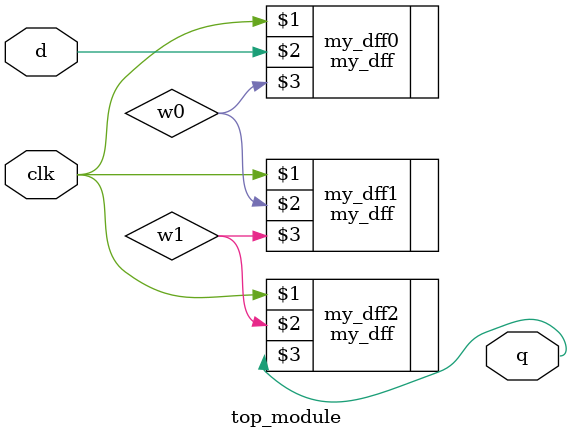
<source format=v>
module top_module ( input clk, input d, output q );
    
    wire w0, w1;
    my_dff my_dff0(clk, d, w0);
    my_dff my_dff1(clk, w0, w1);
    my_dff my_dff2(clk, w1, q);

endmodule

</source>
